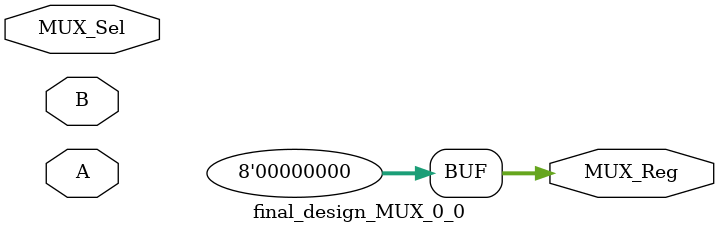
<source format=v>
module final_design_MUX_0_0(	// file.cleaned.mlir:2:3
  input  [7:0] A,	// file.cleaned.mlir:2:38
               B,	// file.cleaned.mlir:2:50
  input        MUX_Sel,	// file.cleaned.mlir:2:62
  output [7:0] MUX_Reg	// file.cleaned.mlir:2:81
);

  assign MUX_Reg = 8'h0;	// file.cleaned.mlir:3:14, :4:5
endmodule


</source>
